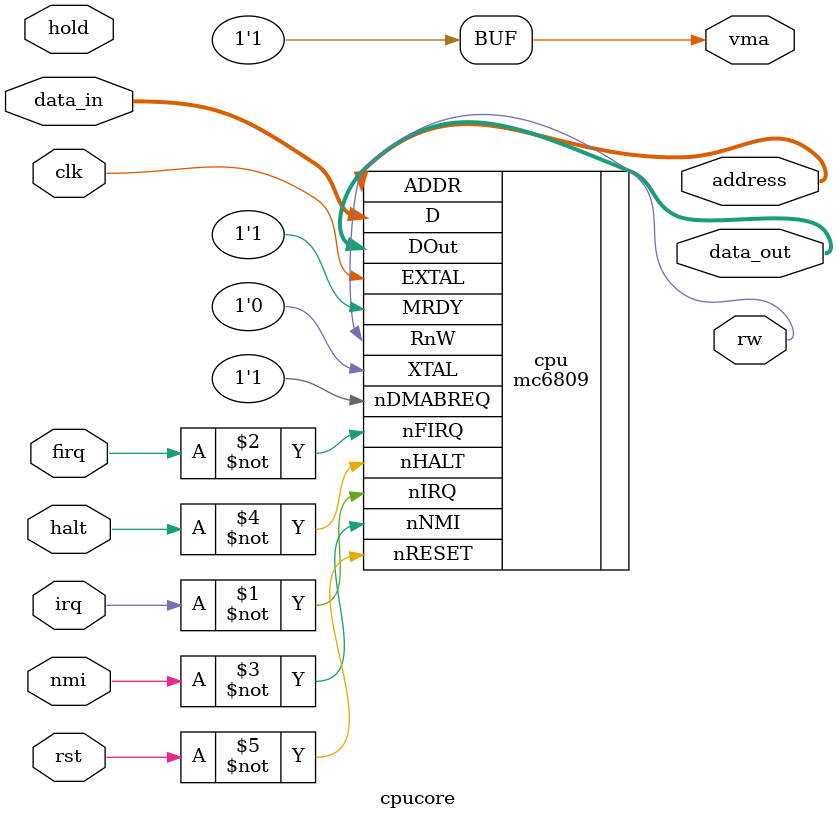
<source format=v>
/***********************************
    FPGA Druaga ( Top module )

      Copyright (c) 2007 MiSTer-X

      Conversion to clock-enable:
        (c) 2019 Slingshot

      Super Pacman Support
        (c) 2021 Jose Tejada, jotego
************************************/
module fpga_druaga
(
    input           RESET,  // RESET
    input           MCLK,       // MasterClock: 49.125MHz
    input           CLKCPUx2, // CPU clock x 2: MCLK/8

    input     [8:0] PH,     // Screen H
    input     [8:0] PV,     // Screen V
    output          PCLK,     // Pixel Clock
    output          PCLK_EN,
    output    [7:0] POUT,     // Pixel Color

    output    [7:0] SOUT,     // Sound Out
    output   [14:0] rom_addr,
    input     [7:0] rom_data,
    output   [12:0] snd_addr,
    input     [7:0] snd_data,
    input     [5:0] INP0,     // 1P {B2,B1,L,D,R,U}
    input     [5:0] INP1,     // 2P {B2,B1,L,D,R,U}
    input     [2:0] INP2,     // {Coin,Start2P,Start1P}

    input     [7:0] DSW0,     // DIPSWs (Active Logic)
    input     [7:0] DSW1,
    input     [7:0] DSW2,

    input  [16:0]   ROMAD,
    input  [ 7:0]   ROMDT,
    input           ROMEN,
    input  [ 2:0]   MODEL,
    input           FLIP_SCREEN
);

parameter [2:0] SUPERPAC=3'd5;

// Clock Generator
reg [4:0] CLKS;

wire VCLK_x8  = MCLK;
wire VCLK_x1  = CLKS[2];

wire VCLK_EN   = CLKS[2:0] == 3'b011;
always @( posedge MCLK ) CLKS <= CLKS+1'd1;

// Main-CPU Interface
wire                MCPU_CLK = CLKCPUx2;
wire    [15:0]  MCPU_ADRS;
wire                MCPU_VMA;
wire                MCPU_RW;
wire                MCPU_WE  = ( ~MCPU_RW );
//wire              MCPU_RE  = (  MCPU_RW );
wire    [7:0]       MCPU_DO;
wire    [7:0]       MCPU_DI;

// Sub-CPU Interface
wire                SCPU_CLK    = CLKCPUx2;
wire    [15:0]  SCPU_ADRS;
wire                SCPU_VMA;
wire                SCPU_RW;
wire                SCPU_WE  = ( ~SCPU_RW );
//wire              SCPU_RE  = (  SCPU_RW );
wire    [7:0]       SCPU_DO;
wire    [7:0]       SCPU_DI;

// I/O Interface
wire                MCPU_CS_IO, SCPU_WE_WSG;
wire [7:0]      IO_O;
wire [10:0]     vram_a;
wire [15:0]     vram_d;
wire [6:0]      spra_a;
wire [23:0]     spra_d;
MEMS #(.SUPERPAC(SUPERPAC)) mems
(
    MCLK,
    CLKCPUx2,
    rom_addr,   rom_data,
    snd_addr, snd_data,
    MCPU_ADRS, MCPU_VMA, MCPU_WE, MCPU_DO, MCPU_DI, MCPU_CS_IO, IO_O,
    SCPU_ADRS, SCPU_VMA, SCPU_WE, SCPU_DO, SCPU_DI, SCPU_WE_WSG,
    vram_a,vram_d,
    spra_a,spra_d,
    ROMAD,ROMDT,ROMEN,
    MODEL
);

// Control Registers
wire oVB;
wire [7:0] SCROLL;
wire MCPU_IRQ, MCPU_IRQEN;
wire SCPU_IRQ, SCPU_IRQEN;
wire SCPU_RESET, IO_RESET;
wire PSG_ENABLE;

REGS #(.SUPERPAC(SUPERPAC)) regs
(
    CLKCPUx2, RESET, oVB,
    MCPU_ADRS, MCPU_VMA, MCPU_WE,
    SCPU_ADRS, SCPU_VMA, SCPU_WE,
    SCROLL,
    MCPU_IRQ, MCPU_IRQEN,
    SCPU_IRQ, SCPU_IRQEN,
    SCPU_RESET, IO_RESET,
    PSG_ENABLE,
    MODEL
);


// I/O Controler
wire IsMOTOS;
IOCTRL #(.SUPERPAC(SUPERPAC)) ioctrl(
    CLKCPUx2, oVB, IO_RESET, MCPU_CS_IO, MCPU_WE, MCPU_ADRS[5:0],
    MCPU_DO,
    IO_O,
    {INP1,INP0},INP2,
    {DSW2,DSW1,DSW0},
    IsMOTOS,
    MODEL
);


// Video Core
wire [7:0] oPOUT;
DRUAGA_VIDEO video
(
    .VCLKx8(VCLK_x8),.VCLK(VCLK_x1),
    .VCLK_EN(VCLK_EN),
    .PH(PH),.PV(PV),
    .PCLK(PCLK),.PCLK_EN(PCLK_EN),.POUT(oPOUT),.VB(oVB),
    .VRAM_A(vram_a), .VRAM_D(vram_d),
    .SPRA_A(spra_a), .SPRA_D(spra_d),
    .SCROLL({1'b0,SCROLL}),
    .ROMAD(ROMAD),.ROMDT(ROMDT),.ROMEN(ROMEN),
    .MODEL(MODEL),
    .FLIP_SCREEN(FLIP_SCREEN)
);

// This prevents a glitch in the sprites for the first line
// but it hides the top line of the CRT test screen
assign POUT = (IsMOTOS && (PV==0)) ? 8'h0 : oPOUT;


// MainCPU
cpucore main_cpu
(
    .clk(MCPU_CLK),
    .rst(RESET),
    .rw(MCPU_RW),
    .vma(MCPU_VMA),
    .address(MCPU_ADRS),
    .data_in(MCPU_DI),
    .data_out(MCPU_DO),
    .halt(1'b0),
    .hold(1'b0),
    .irq(MCPU_IRQ),
    .firq(1'b0),
    .nmi(1'b0)
);


// SubCPU
cpucore sub_cpu
(
    .clk(SCPU_CLK),
    .rst(SCPU_RESET),
    .rw(SCPU_RW),
    .vma(SCPU_VMA),
    .address(SCPU_ADRS),
    .data_in(SCPU_DI),
    .data_out(SCPU_DO),
    .halt(1'b0),
    .hold(1'b0),
    .irq(SCPU_IRQ),
    .firq(1'b0),
    .nmi(1'b0)
);


// SOUND
wire          WAVE_CLK;
wire [7:0] WAVE_AD;
wire [3:0] WAVE_DT;

dpram #(4,8) wsgwv(.clk_a(MCLK), .addr_a(WAVE_AD), .q_a(WAVE_DT),
                   .clk_b(MCLK), .addr_b(ROMAD[7:0]), .we_b(ROMEN & (ROMAD[16:8]=={1'b1,8'h35})), .d_b(ROMDT[3:0]));

WSG_8CH wsg(
    .MCLK(MCLK),
    .ADDR(SCPU_ADRS[5:0]),
    .DATA(SCPU_DO),
    .WE(SCPU_WE_WSG),
    .SND_ENABLE(PSG_ENABLE),
    .WAVE_CLK(WAVE_CLK),
    .WAVE_AD(WAVE_AD),
    .WAVE_DT(WAVE_DT),
    .SOUT(SOUT)
);

endmodule

module MEMS
(
    input           MCLK,
    input           CPUCLKx2,
    output  [14:0]  rom_addr,
    input    [7:0]  rom_data,
    output  [12:0]  snd_addr,
    input    [7:0]  snd_data,
    input   [15:0]  MCPU_ADRS,
    input           MCPU_VMA,
    input           MCPU_WE,
    input    [7:0]  MCPU_DO,
    output   [7:0]  MCPU_DI,
    output          IO_CS,
    input    [7:0]  IO_O,

    input   [15:0]  SCPU_ADRS,
    input           SCPU_VMA,
    input           SCPU_WE,
    input    [7:0]  SCPU_DO,
    output   [7:0]  SCPU_DI,
    output          SCPU_WSG_WE,

    input  [10:0]   vram_a,
    output [15:0]   vram_d,
    input   [6:0]   spra_a,
    output [23:0]   spra_d,

    input  [16:0]   ROMAD,
    input  [ 7:0]   ROMDT,
    input           ROMEN,
    input  [2:0]    MODEL
);

parameter [2:0] SUPERPAC=3'd5;
parameter [2:0] GROBDA=3'd6;

wire [7:0] mrom_d, srom_d;
//DLROM #(15,8) mcpui( CPUCLKx2, MCPU_ADRS[14:0], mrom_d, ROMCL,ROMAD[14:0],ROMDT,ROMEN & (ROMAD[16:15]==2'b0_0));
assign rom_addr = MCPU_ADRS[14:0];
assign mrom_d = rom_data;
assign snd_addr = SCPU_ADRS[12:0];
assign srom_d = snd_data;

//dpram #(8,13) scpui(.clk_a(CPUCLKx2), .addr_a(SCPU_ADRS[12:0]), .q_a(srom_d),
//                    .clk_b(MCLK), .addr_b(ROMAD[12:0]), .we_b(ROMEN & (ROMAD[16:13]==4'b1_000)), .d_b(ROMDT));

reg  mram_cs0, mram_cs1,
     mram_cs2, mram_cs3,
     mram_cs4, mram_cs5;

reg    [10:0] cram_ad;
wire   [10:0] mram_ad = MCPU_ADRS[10:0];

assign IO_CS  = ( MCPU_ADRS[15:11] == 5'b01001  ) & MCPU_VMA;    // $4800-$4FFF
wire mrom_cs  = ( MCPU_ADRS[15] ) & MCPU_VMA;    // $8000-$FFFF

always @(*) begin
    cram_ad = mram_ad;
    if( MODEL == SUPERPAC || MODEL == GROBDA) begin
        mram_cs0 = ( MCPU_ADRS[15:10] == 6'b000000 ) && MCPU_VMA;    // $0000-$03FF
        mram_cs1 = ( MCPU_ADRS[15:10] == 6'b000001 ) && MCPU_VMA;    // $0400-$07FF
        mram_cs2 = ( MCPU_ADRS[15:11] == 5'b00001  ) && MCPU_VMA;    // $1000-$17FF
        mram_cs3 = ( MCPU_ADRS[15:11] == 5'b00010  ) && MCPU_VMA;    // $1800-$1FFF
        mram_cs4 = ( MCPU_ADRS[15:11] == 5'b00011  ) && MCPU_VMA;    // $2000-$27FF
        if( mram_cs0 | mram_cs1 ) cram_ad[10]=0;
    end else begin
        mram_cs0 = ( MCPU_ADRS[15:11] == 5'b00000  ) && MCPU_VMA;    // $0000-$07FF
        mram_cs1 = ( MCPU_ADRS[15:11] == 5'b00001  ) && MCPU_VMA;    // $0800-$0FFF
        mram_cs2 = ( MCPU_ADRS[15:11] == 5'b00010  ) && MCPU_VMA;    // $1000-$17FF
        mram_cs3 = ( MCPU_ADRS[15:11] == 5'b00011  ) && MCPU_VMA;    // $1800-$1FFF
        mram_cs4 = ( MCPU_ADRS[15:11] == 5'b00100  ) && MCPU_VMA;    // $2000-$27FF
    end
    mram_cs5 = ( MCPU_ADRS[15:10] == 6'b010000 ) && MCPU_VMA;    // $4000-$43FF
end

wire mram_w0  = ( mram_cs0 & MCPU_WE );
wire mram_w1  = ( mram_cs1 & MCPU_WE );
wire mram_w2  = ( mram_cs2 & MCPU_WE );
wire mram_w3  = ( mram_cs3 & MCPU_WE );
wire mram_w4  = ( mram_cs4 & MCPU_WE );
wire mram_w5  = ( mram_cs5 & MCPU_WE );

wire [7:0] mram_o0, mram_o1, mram_o2, mram_o3, mram_o4, mram_o5;

assign          MCPU_DI  = mram_cs0 ? mram_o0 :
                           mram_cs1 ? mram_o1 :
                           mram_cs2 ? mram_o2 :
                           mram_cs3 ? mram_o3 :
                           mram_cs4 ? mram_o4 :
                           mram_cs5 ? mram_o5 :
                           mrom_cs  ? mrom_d  :
                           IO_CS    ? IO_O    :
                           8'h0;

dpram #(8,11) main_ram0( .clk_a(CPUCLKx2), .addr_a(cram_ad), .d_a(MCPU_DO), .q_a(mram_o0), .we_a(mram_w0), .clk_b(MCLK), .addr_b(vram_a), .q_b(vram_d[ 7:0]));
dpram #(8,11) main_ram1( .clk_a(CPUCLKx2), .addr_a(cram_ad), .d_a(MCPU_DO), .q_a(mram_o1), .we_a(mram_w1), .clk_b(MCLK), .addr_b(vram_a), .q_b(vram_d[15:8]));

dpram #(8,11) main_ram2( .clk_a(CPUCLKx2), .addr_a(mram_ad), .d_a(MCPU_DO), .q_a(mram_o2), .we_a(mram_w2), .clk_b(MCLK), .addr_b({ 4'b1111, spra_a }), .q_b(spra_d[ 7: 0]));
dpram #(8,11) main_ram3( .clk_a(CPUCLKx2), .addr_a(mram_ad), .d_a(MCPU_DO), .q_a(mram_o3), .we_a(mram_w3), .clk_b(MCLK), .addr_b({ 4'b1111, spra_a }), .q_b(spra_d[15: 8]));
dpram #(8,11) main_ram4( .clk_a(CPUCLKx2), .addr_a(mram_ad), .d_a(MCPU_DO), .q_a(mram_o4), .we_a(mram_w4), .clk_b(MCLK), .addr_b({ 4'b1111, spra_a }), .q_b(spra_d[23:16]));

                                                                                                // (SCPU ADRS)
wire                SCPU_CS_SREG = ( ( SCPU_ADRS[15:13] == 3'b000 ) & ( SCPU_ADRS[9:6] == 4'b0000 ) ) & SCPU_VMA;
wire                srom_cs  = ( SCPU_ADRS[15:13] == 3'b111 ) & SCPU_VMA;       // $E000-$FFFF
wire                sram_cs0 = (~SCPU_CS_SREG) & (~srom_cs) & SCPU_VMA;     // $0000-$03FF
wire    [7:0]       sram_o0;

assign          SCPU_DI  =  sram_cs0 ? sram_o0 :
                                    srom_cs  ? srom_d  :
                                    8'h0;

assign          SCPU_WSG_WE = SCPU_CS_SREG & SCPU_WE;

dpram #(8,11) share_ram( .clk_a(CPUCLKx2), .addr_a(mram_ad), .d_a(MCPU_DO), .q_a(mram_o5), .we_a(mram_w5),
                         .clk_b(CPUCLKx2), .addr_b(SCPU_ADRS[9:0]), .d_b(SCPU_DO), .q_b(sram_o0), .we_b(sram_cs0 & SCPU_WE) );


endmodule

module REGS
(
    input               MCPU_CLK,
    input               RESET,
    input               VBLANK,

    input    [15:0]     MCPU_ADRS,
    input               MCPU_VMA,
    input               MCPU_WE,

    input    [15:0]     SCPU_ADRS,
    input               SCPU_VMA,
    input               SCPU_WE,

    output reg [7:0]    SCROLL,
    output              MCPU_IRQ,
    output reg          MCPU_IRQEN,
    output              SCPU_IRQ,
    output reg          SCPU_IRQEN,
    output              SCPU_RESET,
    output              IO_RESET,
    output reg          PSG_ENABLE,
    input  [2:0]        MODEL
);

parameter [2:0] SUPERPAC=3'd5;
parameter [2:0] GROBDA=3'd6;

// BG Scroll Register
wire    MCPU_SCRWE = ( ( MCPU_ADRS[15:11] == 5'b00111 ) & MCPU_VMA & MCPU_WE );

always @ ( negedge MCPU_CLK or posedge RESET ) begin
    if ( RESET ) SCROLL <= 8'h0;
    else begin
        if( MODEL==SUPERPAC || MODEL==GROBDA)
            SCROLL <= 8'd0;
        else if ( MCPU_SCRWE )
            SCROLL <= MCPU_ADRS[10:3];
    end
end

// MainCPU IRQ Generator
wire    MCPU_IRQWE  = ( ( MCPU_ADRS[15:1] == 15'b010100000000001 ) & MCPU_VMA & MCPU_WE );
//wire  MCPU_IRQWES = ( ( SCPU_ADRS[15:1] == 15'b001000000000001 ) & SCPU_VMA & SCPU_WE );
assign MCPU_IRQ    = MCPU_IRQEN & VBLANK;

always @( negedge MCPU_CLK or posedge RESET ) begin
    if ( RESET ) begin
        MCPU_IRQEN <= 1'b0;
    end
    else begin
        if ( MCPU_IRQWE  ) MCPU_IRQEN <= MCPU_ADRS[0];
//      if ( MCPU_IRQWES ) MCPU_IRQEN <= SCPU_ADRS[0];
    end
end


// SubCPU IRQ Generator
wire    SCPU_IRQWE  = ( ( MCPU_ADRS[15:1] == 15'b010100000000000 ) & MCPU_VMA & MCPU_WE );
wire    SCPU_IRQWES = ( ( SCPU_ADRS[15:1] == 15'b001000000000000 ) & SCPU_VMA & SCPU_WE );
assign SCPU_IRQ    = SCPU_IRQEN & VBLANK;

always @( negedge MCPU_CLK or posedge RESET ) begin
    if ( RESET ) begin
        SCPU_IRQEN <= 1'b0;
    end
    else begin
        if ( SCPU_IRQWE  ) SCPU_IRQEN <= MCPU_ADRS[0];
        if ( SCPU_IRQWES ) SCPU_IRQEN <= SCPU_ADRS[0];
    end
end


// SubCPU RESET Control
reg SCPU_RSTf   = 1'b0;
wire    SCPU_RSTWE  = ( ( MCPU_ADRS[15:1] == 15'b010100000000101 ) & MCPU_VMA & MCPU_WE );
wire    SCPU_RSTWES = ( ( SCPU_ADRS[15:1] == 15'b001000000000101 ) & SCPU_VMA & SCPU_WE );
assign SCPU_RESET  = ~SCPU_RSTf;

always @( negedge MCPU_CLK or posedge RESET ) begin
    if ( RESET ) begin
        SCPU_RSTf <= 1'b0;
    end
    else begin
        if ( SCPU_RSTWE  ) SCPU_RSTf <= MCPU_ADRS[0];
        if ( SCPU_RSTWES ) SCPU_RSTf <= SCPU_ADRS[0];
    end
end


// I/O CHIP RESET Control
reg IOCHIP_RSTf   = 1'b0;
wire    IOCHIP_RSTWE  = ( ( MCPU_ADRS[15:1] == 15'b010100000000100 ) & MCPU_VMA & MCPU_WE );
assign IO_RESET     = ~IOCHIP_RSTf;

always @( negedge MCPU_CLK or posedge RESET ) begin
    if ( RESET ) begin
        IOCHIP_RSTf <= 1'b0;
    end
    else begin
        if ( IOCHIP_RSTWE ) IOCHIP_RSTf <= MCPU_ADRS[0];
    end
end


// Sound Enable Control
wire    PSG_ENAWE   = ( ( MCPU_ADRS[15:1] == 15'b010100000000011 ) & MCPU_VMA & MCPU_WE );
wire    PSG_ENAWES  = ( ( SCPU_ADRS[15:1] == 15'b001000000000011 ) & SCPU_VMA & SCPU_WE );

always @( negedge MCPU_CLK or posedge RESET ) begin
    if ( RESET ) begin
        PSG_ENABLE <= 1'b0;
    end
    else begin
        if ( PSG_ENAWE  ) PSG_ENABLE <= MCPU_ADRS[0];
        if ( PSG_ENAWES ) PSG_ENABLE <= SCPU_ADRS[0];
    end
end

endmodule


module cpucore
(
    input               clk,
    input               rst,
    output          rw,
    output          vma,
    output [15:0]   address,
    input   [7:0]   data_in,
    output  [7:0]   data_out,
    input               halt,
    input               hold,
    input               irq,
    input               firq,
    input               nmi
);


mc6809 cpu
(
   .D(data_in),
    .DOut(data_out),
   .ADDR(address),
   .RnW(rw),
//  .E(vma),
   .nIRQ(~irq),
   .nFIRQ(~firq),
   .nNMI(~nmi),
   .EXTAL(clk),
   .nHALT(~halt),
   .nRESET(~rst),

    .XTAL(1'b0),
    .MRDY(1'b1),
    .nDMABREQ(1'b1)
);
assign vma = 1;

endmodule


</source>
